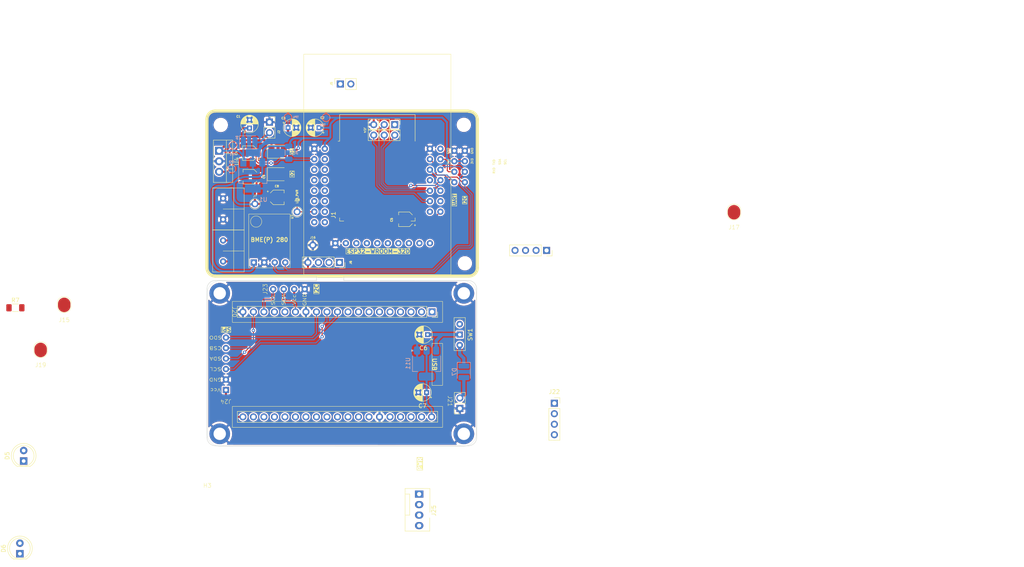
<source format=kicad_pcb>
(kicad_pcb (version 20240108) (generator "pcbnew") (generator_version "8.0")
  (layers (0 "F.Cu" signal) (31 "B.Cu" signal) (34 "B.Paste" user) (35 "F.Paste" user) (36 "B.SilkS" user "B.Silkscreen") (37 "F.SilkS" user "F.Silkscreen") (38 "B.Mask" user) (39 "F.Mask" user) (44 "Edge.Cuts" user))
  (net 0 "")
  (net 1 "GND")
  (net 2 "+3V3")
  (net 3 "+5V")
  (net 4 "/RXD")
  (net 5 "/TXD")
  (net 6 "/SDA")
  (net 7 "/GPIO_33")
  (net 8 "/SCL")
  (net 9 "/OUT3")
  (net 10 "/EN")
  (net 11 "/SOURCE2")
  (net 12 "/SOURCE1")
  (net 13 "/SOURCE3")
  (net 14 "/VDC")
  (net 15 "/DAC1")
  (net 16 "/DAC2")
  (net 17 "/GPIO39")
  (net 18 "/GPIO19")
  (net 19 "/GPIO17")
  (net 20 "/GPIO5")
  (net 21 "/GPIO18")
  (net 22 "/SD_DATA0")
  (net 23 "/ADC2_CH3")
  (net 24 "/SD_DATA3")
  (net 25 "/SD_CMD")
  (net 26 "/SD_CLK")
  (net 27 "/SD_DATA2")
  (net 28 "/SD_DATA1")
  (net 29 "/ADC2_CH0")
  (net 30 "/GPIO23")
  (net 31 "/GPIO36")
  (net 32 "/ADC2_CH2")
  (net 33 "/BOOT")
  (net 34 "/GPIO13")
  (net 35 "/SOURCE4")
  (net 36 "/SOURCE5")
  (net 37 "/SIPO_DATA")
  (net 38 "/SIPO_CLK")
  (net 39 "/SIPO_LATCH")
  (net 40 "/GPIO14")
  (net 41 "/OUT1")
  (net 42 "/VIN")
  (net 43 "Net-(D5-Pad1)")
  (net 44 "Net-(J15-Pin_1)")
  (net 45 "Net-(J19-Pin_1)")
  (net 46 "/OUT2")
  (net 58 "/ESP32-WROOM-32U Node/VIN")
  (net 63 "/ESP32-WROOM-32U Node/VDC")
  (net 74 "/ESP32-WROOM-32U Node/SPI-SDO")
  (net 75 "/ESP32-WROOM-32U Node/TX")
  (net 76 "Net-(D7-A)")
  (net 77 "/ESP32-WROOM-32U Node/SDA-2")
  (net 78 "/ESP32-WROOM-32U Node/SPI-CSB")
  (net 79 "/ESP32-WROOM-32U Node/SPI-SCL")
  (net 80 "/ESP32-WROOM-32U Node/SCL-2")
  (net 81 "/ESP32-WROOM-32U Node/RX")
  (net 82 "/ESP32-WROOM-32U Node/SPI-SDA")
  (net 84 "/ESP32-WROOM-32U Node/12V")
  (footprint "Capacitor_THT:CP_Radial_D4.0mm_P2.00mm" (layer "F.Cu") (at 107 44.2 180)
    (property "Reference" "C2")
    (property "Value" "1uF")
  )
  (footprint "LED_SMD:LED_1210_3225Metric_Pad1.42x2.65mm_HandSolder" (layer "F.Cu") (at 97 55.45)
    (property "Reference" "D2")
    (property "Value" "STATUS")
  )
  (footprint "Alexander Footprint Library:Board_65-40" (layer "F.Cu") (at 80 131.25)
    (property "Reference" "H3")
    (property "Value" "Project_Box_Board_65x40")
    (fp_line (start 0 -13) (end 0 -47) (stroke (width 0.05)) (layer "Edge.Cuts"))
    (fp_line (start 3 -50) (end 62 -50) (stroke (width 0.05)) (layer "Edge.Cuts"))
    (fp_line (start 62 -10) (end 3 -10) (stroke (width 0.05)) (layer "Edge.Cuts"))
    (fp_line (start 65 -47) (end 65 -13) (stroke (width 0.05)) (layer "Edge.Cuts"))
    (fp_arc (start 0 -47) (mid 0.87868 -49.12132) (end 3 -50) (stroke (width 0.05)) (layer "Edge.Cuts"))
    (fp_arc (start 3 -10) (mid 0.87868 -10.87868) (end 0 -13) (stroke (width 0.05)) (layer "Edge.Cuts"))
    (fp_arc (start 62 -50) (mid 64.12132 -49.12132) (end 65 -47) (stroke (width 0.05)) (layer "Edge.Cuts"))
    (fp_arc (start 65 -13) (mid 64.12132 -10.87868) (end 62 -10) (stroke (width 0.05)) (layer "Edge.Cuts"))
  )
  (footprint "Capacitor_SMD:CP_Elec_3x5.3" (layer "F.Cu") (at 90.3 50.35 180)
    (property "Reference" "C4")
    (property "Value" "0.1uF")
  )
  (footprint "Resistor_SMD:R_1206_3216Metric_Pad1.30x1.75mm_HandSolder" (layer "F.Cu") (at 33.612 87.7585)
    (property "Reference" "R7")
    (property "Value" "4K7")
  )
  (footprint "LED_THT:LED_D5.0mm" (layer "F.Cu") (at 34.7 147.25 90)
    (property "Reference" "D6")
    (property "Value" "LED_STATUS")
  )
  (footprint "Connector_PinSocket_2.54mm:PinSocket_1x04_P2.54mm_Vertical" (layer "F.Cu") (at 163.88 110.85)
    (property "Reference" "J22")
    (property "Value" "PWR_SATA_Conn_01x04")
  )
  (footprint "Alexander Footprint Library:Pad_1x01_P2.54_SMD" (layer "F.Cu") (at 39.712 102.098)
    (property "Reference" "J19")
    (property "Value" "LED_PWR")
  )
  (footprint "Alexanddr Footprints Library:ESP32-WROOM-Adapter-Socket-2" (layer "F.Cu") (at 121.1 56.9025)
    (property "Reference" "J1")
    (property "Value" "~")
  )
  (footprint "Alexander Footprint Library:Pad_1x01_P2.54_SMD" (layer "F.Cu") (at 45.412 91.198)
    (property "Reference" "J15")
    (property "Value" "LED_PWR")
  )
  (footprint "MountingHole:MountingHole_3mm" (layer "F.Cu") (at 142 43.5)
    (property "Reference" "H1" (hide yes))
    (property "Value" "MountingHole_Pad")
  )
  (footprint "MountingHole:MountingHole_3mm" (layer "F.Cu") (at 83.25 43.53)
    (property "Reference" "H2" (hide yes))
    (property "Value" "MountingHole_Pad")
  )
  (footprint "Alexander Footprints Library:Conn_Terminal_5mm" (layer "F.Cu") (at 83.82 53.69)
    (property "Reference" "J9" (hide yes))
    (property "Value" "Conn_01x02_Socket")
  )
  (footprint "Alexander Footprint Library:Pad_1x01_P2.54_SMD" (layer "F.Cu") (at 207.3 68.7895)
    (property "Reference" "J17")
    (property "Value" "GND")
  )
  (footprint "Connector:FanPinHeader_1x04_P2.54mm_Vertical" (layer "F.Cu") (at 131.2 132.83 -90)
    (property "Reference" "J25")
    (property "Value" "Conn_01x04_Pin")
  )
  (footprint "Capacitor_SMD:CP_Elec_3x5.3" (layer "F.Cu") (at 90.4 56.05 180)
    (property "Reference" "C9")
    (property "Value" "0.1uF")
  )
  (footprint "Capacitor_THT:CP_Radial_D4.0mm_P2.00mm" (layer "F.Cu") (at 133.25 94.25 180)
    (property "Reference" "C6")
    (property "Value" "1uF")
  )
  (footprint "Alexander Footprint Library:PinSocket_1x01_P2.54" (layer "F.Cu") (at 91.5 65.19)
    (property "Reference" "J7")
    (property "Value" "LED_PWR")
  )
  (footprint "Alexander Footprint Library:Conn_SPI" (layer "F.Cu") (at 84.5 112.74 180)
    (property "Reference" "J24")
    (property "Value" "~")
  )
  (footprint "Connector_PinSocket_2.54mm:PinSocket_1x02_P2.54mm_Vertical" (layer "F.Cu") (at 95.025 42.85)
    (property "Reference" "J2")
    (property "Value" "PWR")
  )
  (footprint "Connector_PinSocket_2.54mm:PinSocket_1x04_P2.54mm_Vertical" (layer "F.Cu") (at 111.94 76.8 -90)
    (property "Reference" "J6")
    (property "Value" "SOURCE")
  )
  (footprint "Connector_PinSocket_2.54mm:PinSocket_1x04_P2.54mm_Vertical" (layer "F.Cu") (at 162 73.875 -90)
    (property "Reference" "J10" (hide yes))
    (property "Value" "ADC")
  )
  (footprint "Capacitor_SMD:CP_Elec_3x5.3" (layer "F.Cu") (at 128 66.35 180)
    (property "Reference" "C5")
    (property "Value" "0.1uF")
  )
  (footprint "Alexander Footprint Library:PinSocket_1x02_P2.54" (layer "F.Cu") (at 142.25 107 180)
    (property "Reference" "J21")
    (property "Value" "PWR")
  )
  (footprint "Capacitor_THT:CP_Radial_D4.0mm_P2.00mm" (layer "F.Cu") (at 99.5 44.2)
    (property "Reference" "C3")
    (property "Value" "1uF")
  )
  (footprint "Alexander Footprint Library:Conn_ESP32_WROOM-DevKit-38pins" (layer "F.Cu") (at 86.06 88.75 -90)
    (property "Reference" "J20")
    (property "Value" "~")
  )
  (footprint "Capacitor_SMD:CP_Elec_3x5.3" (layer "F.Cu") (at 96.8 61.05)
    (property "Reference" "C8")
    (property "Value" "10uF")
  )
  (footprint "Alexander Footprint Library:PinSocket_1x01_P2.54" (layer "F.Cu") (at 101.7 67.12)
    (property "Reference" "J18")
    (property "Value" "LED_PWR")
  )
  (footprint "Alexander Footprint Library:Conn_I2C" (layer "F.Cu") (at 111.16 83.25 -90)
    (property "Reference" "J23")
    (property "Value" "I2C")
  )
  (footprint "Connector_PinSocket_2.54mm:PinSocket_1x02_P2.54mm_Vertical" (layer "F.Cu") (at 112.15 33.625 90)
    (property "Reference" "J5")
    (property "Value" "DAC")
  )
  (footprint "Alexander Footprint Library:CONN_2x3" (layer "F.Cu") (at 130.38 43.45 -90)
    (property "Reference" "J14")
    (property "Value" "GPIO")
  )
  (footprint "Alexander Footprints Library:Conn_UART" (layer "F.Cu") (at 139.7 42.15)
    (property "Reference" "J3" (hide yes))
    (property "Value" "UART")
  )
  (footprint "Alexander Footprint Library:SW_Slide-03_7.3x2.5x2.5_P2.54mm" (layer "F.Cu") (at 141 94.25 -90)
    (property "Reference" "SW1")
    (property "Value" "SW_SPDT")
  )
  (footprint "Alexander Footprint Library:PinSocket_1x01_P2.54" (layer "F.Cu") (at 105.5 75.19)
    (property "Reference" "J16")
    (property "Value" "GND")
  )
  (footprint "Capacitor_THT:CP_Radial_D4.0mm_P2.00mm" (layer "F.Cu") (at 90.2 44.3 90)
    (property "Reference" "C1")
    (property "Value" "1uF")
  )
  (footprint "Alexander Footprint Library:BME280_BMP280_I2C" (layer "F.Cu") (at 90 78.1 90)
    (property "Reference" "U7")
    (property "Value" "BME(P)280")
  )
  (footprint "Capacitor_THT:CP_Radial_D4.0mm_P2.00mm" (layer "F.Cu") (at 133 108.25 180)
    (property "Reference" "C7")
    (property "Value" "1uF")
  )
  (footprint "Alexander Footprint Library:LD1117" (layer "F.Cu") (at 82.855 49.77 -90)
    (property "Reference" "U4")
    (property "Value" "L7805")
  )
  (footprint "Alexander Footprints Library:Conn_I2C" (layer "F.Cu") (at 142.24 42.15)
    (property "Reference" "J4" (hide yes))
    (property "Value" "I2C")
  )
  (footprint "LED_THT:LED_D5.0mm" (layer "F.Cu") (at 35.612 124.8335 90)
    (property "Reference" "D5")
    (property "Value" "LED_PWR")
  )
  (footprint "LED_SMD:LED_1210_3225Metric_Pad1.42x2.65mm_HandSolder" (layer "F.Cu") (at 97 50)
    (property "Reference" "D1")
    (property "Value" "PWR")
  )
  (footprint "MountingHole:MountingHole_3mm" (layer "F.Cu") (at 142.25 77)
    (property "Reference" "H4" (hide yes))
    (property "Value" "MountingHole_Pad")
  )
  (footprint "Alexander Footprints Library:Conn_Terminal_5mm" (layer "F.Cu") (at 83.82 63.85)
    (property "Reference" "J8" (hide yes))
    (property "Value" "Conn_01x02_Socket")
  )
  (footprint "TestPoint:TestPoint_Pad_D1.5mm" (layer "B.Cu") (at 99.5 41.75 180)
    (property "Reference" "TP4")
    (property "Value" "5V")
  )
  (footprint "TestPoint:TestPoint_Pad_D1.5mm" (layer "B.Cu") (at 108.7 41.75 180)
    (property "Reference" "TP3")
    (property "Value" "3V3")
  )
  (footprint "Diode_SMD:D_1210_3225Metric" (layer "B.Cu") (at 142 103.25 -90)
    (property "Reference" "D7")
    (property "Value" "D")
  )
  (footprint "Resistor_SMD:R_1206_3216Metric_Pad1.30x1.75mm_HandSolder" (layer "B.Cu") (at 99.7 50.25 -90)
    (property "Reference" "R1")
    (property "Value" "10K")
  )
  (footprint "Diode_SMD:D_1210_3225Metric" (layer "B.Cu") (at 90.1 47.75)
    (property "Reference" "D4")
    (property "Value" "D")
  )
  (footprint "TestPoint:TestPoint_Pad_D1.5mm" (layer "B.Cu") (at 86.2 48.45 180)
    (property "Reference" "TP1")
    (property "Value" "VIN")
  )
  (footprint "TestPoint:TestPoint_Pad_D1.5mm" (layer "B.Cu") (at 85.9 54.15 180)
    (property "Reference" "TP2")
    (property "Value" "GND")
  )
  (footprint "Package_TO_SOT_SMD:SOT-223-3_TabPin2" (layer "B.Cu") (at 91 55.75 -90)
    (property "Reference" "U1")
    (property "Value" "AMS1117-3V3")
  )
  (footprint "Package_TO_SOT_SMD:SOT-223-3_TabPin2" (layer "B.Cu") (at 133 101.25 -90)
    (property "Reference" "U11")
    (property "Value" "AMS1117-5.0")
  )
  (gr_line (start 145.25 42.11421) (end 145.25 78.085782) (stroke (width 0.75)) (layer "F.SilkS"))
  (gr_line (start 81.914218 40.164218) (end 143.08579 40.164218) (stroke (width 0.75)) (layer "F.SilkS"))
  (gr_arc (start 145.25 78.085782) (mid 144.66422 79.500007) (end 143.25 80.085782) (stroke (width 0.75)) (layer "F.SilkS"))
  (gr_line (start 79.914218 42.11421) (end 79.914218 78.085782) (stroke (width 0.75)) (layer "F.SilkS"))
  (gr_arc (start 81.914218 80.085782) (mid 80.499999 79.500001) (end 79.914218 78.085782) (stroke (width 0.75)) (layer "F.SilkS"))
  (gr_arc (start 143.25 40.25) (mid 144.664214 40.835786) (end 145.25 42.25) (stroke (width 0.75)) (layer "F.SilkS"))
  (gr_arc (start 79.914218 42.164218) (mid 80.499999 40.749999) (end 81.914218 40.164218) (stroke (width 0.75)) (layer "F.SilkS"))
  (gr_line (start 81.914214 80.085782) (end 143.085786 80.085782) (stroke (width 0.75)) (layer "F.SilkS"))
  (gr_line (start 82.014214 80.235786) (end 106.4 80.25) (stroke (width 0.1)) (layer "Edge.Cuts"))
  (gr_line (start 80 42.25) (end 80.014214 78.235786) (stroke (width 0.1)) (layer "Edge.Cuts"))
  (gr_arc (start 79.921321 83.157107) (mid 80.507106 81.742896) (end 81.921321 81.157107) (stroke (width 0.1)) (layer "Edge.Cuts"))
  (gr_line (start 81.921321 121.128679) (end 143.107107 121.142893) (stroke (width 0.1)) (layer "Edge.Cuts"))
  (gr_arc (start 81.921321 121.128679) (mid 80.507101 120.542899) (end 79.921321 119.128679) (stroke (width 0.1)) (layer "Edge.Cuts"))
  (gr_line (start 143.092893 81.157107) (end 113 81.15) (stroke (width 0.1)) (layer "Edge.Cuts"))
  (gr_arc (start 145.107107 119.142893) (mid 144.521321 120.557107) (end 143.107107 121.142893) (stroke (width 0.1)) (layer "Edge.Cuts"))
  (gr_line (start 106.4 81.15) (end 81.921321 81.157107) (stroke (width 0.1)) (layer "Edge.Cuts"))
  (gr_arc (start 143.185786 40.264214) (mid 144.600004 40.849996) (end 145.185786 42.264214) (stroke (width 0.1)) (layer "Edge.Cuts"))
  (gr_line (start 113 80.25) (end 143.185786 80.235786) (stroke (width 0.1)) (layer "Edge.Cuts"))
  (gr_arc (start 82.014214 80.235786) (mid 80.599996 79.650004) (end 80.014214 78.235786) (stroke (width 0.1)) (layer "Edge.Cuts"))
  (gr_line (start 145.185786 42.264214) (end 145.185786 78.235786) (stroke (width 0.1)) (layer "Edge.Cuts"))
  (gr_arc (start 80 42.25) (mid 80.585786 40.835786) (end 82 40.25) (stroke (width 0.1)) (layer "Edge.Cuts"))
  (gr_line (start 145.107107 119.142893) (end 145.092893 83.157107) (stroke (width 0.1)) (layer "Edge.Cuts"))
  (gr_line (start 79.921321 119.128679) (end 79.921321 83.157107) (stroke (width 0.1)) (layer "Edge.Cuts"))
  (gr_line (start 106.4 81.15) (end 106.4 80.25) (stroke (width 0.1)) (layer "Edge.Cuts"))
  (gr_arc (start 145.185786 78.235786) (mid 144.600004 79.650004) (end 143.185786 80.235786) (stroke (width 0.1)) (layer "Edge.Cuts"))
  (gr_arc (start 143.092893 81.157107) (mid 144.507112 81.742888) (end 145.092893 83.157107) (stroke (width 0.1)) (layer "Edge.Cuts"))
  (gr_line (start 113 81.15) (end 113 80.25) (stroke (width 0.1)) (layer "Edge.Cuts"))
  (gr_line (start 143.185786 40.264214) (end 82 40.25) (stroke (width 0.1)) (layer "Edge.Cuts"))
  (gr_text "PWR" (at 132 127.25 90) (layer "F.SilkS" knockout) (effects (font (size 1 1) (thickness 0.25) (bold yes)) (justify left bottom)))
  (segment (start 84.21 66) (end 83.82 66.39) (width 0.5) (layer "F.Cu") (net 1))
  (segment (start 95.5 54.8625) (end 95.5125 54.85) (width 0.25) (layer "F.Cu") (net 1))
  (segment (start 95.5 55.4625) (end 95.5125 55.45) (width 0.25) (layer "F.Cu") (net 1))
  (segment (start 91.5 59.65) (end 91.9 59.25) (width 0.5) (layer "F.Cu") (net 2))
  (segment (start 101.15 50) (end 102 49.15) (width 0.5) (layer "F.Cu") (net 2))
  (segment (start 84.5 107.66) (end 84.5 112.25) (width 0.5) (layer "F.Cu") (net 2))
  (segment (start 87.75 85.75) (end 100 85.75) (width 0.5) (layer "F.Cu") (net 2))
  (segment (start 94.63 62.62) (end 91.5 62.62) (width 0.5) (layer "F.Cu") (net 2))
  (segment (start 101 84.75) (end 101 83.25) (width 0.5) (layer "F.Cu") (net 2))
  (segment (start 88.6 114.15) (end 86.4 114.15) (width 0.5) (layer "F.Cu") (net 2))
  (segment (start 84.5 112.25) (end 85.25 113) (width 0.5) (layer "F.Cu") (net 2))
  (segment (start 91.9 59.25) (end 91.9 56.05) (width 0.5) (layer "F.Cu") (net 2))
  (segment (start 98.4875 50) (end 101.15 50) (width 0.5) (layer "F.Cu") (net 2))
  (segment (start 95.3 61.05) (end 95.3 61.95) (width 0.5) (layer "F.Cu") (net 2))
  (segment (start 95.3 61.95) (end 94.63 62.62) (width 0.5) (layer "F.Cu") (net 2))
  (segment (start 82.25 110) (end 82.25 91.25) (width 0.5) (layer "F.Cu") (net 2))
  (segment (start 91.5 62.62) (end 91.5 59.65) (width 0.5) (layer "F.Cu") (net 2))
  (segment (start 82.25 91.25) (end 87.75 85.75) (width 0.5) (layer "F.Cu") (net 2))
  (segment (start 86.4 114.15) (end 85.25 113) (width 0.5) (layer "F.Cu") (net 2))
  (segment (start 100 85.75) (end 101 84.75) (width 0.5) (layer "F.Cu") (net 2))
  (segment (start 85.25 113) (end 82.25 110) (width 0.5) (layer "F.Cu") (net 2))
  (via (at 102 49.15) (size 0.8) (drill 0.4) (layers "F.Cu" "B.Cu") (net 2))
  (segment (start 96.075 48.7) (end 97.525 48.7) (width 0.5) (layer "B.Cu") (net 2))
  (segment (start 108.4 49.2825) (end 108.4 47.85) (width 0.5) (layer "B.Cu") (net 2))
  (segment (start 109.408578 44.2) (end 107 44.2) (width 0.5) (layer "B.Cu") (net 2))
  (segment (start 109.5 46.75) (end 109.75 46.5) (width 0.5) (layer "B.Cu") (net 2))
  (segment (start 81.3 75.997918) (end 81.3 59.75104) (width 0.5) (layer "B.Cu") (net 2))
  (segment (start 93.3 54.905025) (end 93.3 52.6) (width 0.5) (layer "B.Cu") (net 2))
  (segment (start 100 48.7) (end 100 48.03033) (width 0.5) (layer "B.Cu") (net 2))
  (segment (start 137.9 51.55) (end 138.66 52.31) (width 0.5) (layer "B.Cu") (net 2))
  (segment (start 84.202081 78.9) (end 89.990883 78.9) (width 0.5) (layer "B.Cu") (net 2))
  (segment (start 109.75 45) (end 109.75 44.141421) (width 0.5) (layer "B.Cu") (net 2))
  (segment (start 103 46.75) (end 101.28033 46.75) (width 0.5) (layer "B.Cu") (net 2))
  (segment (start 109.75 43.858578) (end 109.75 44.141421) (width 0.5) (layer "B.Cu") (net 2))
  (segment (start 138.66 52.31) (end 139.7 52.31) (width 0.5) (layer "B.Cu") (net 2))
  (segment (start 139.7 52.31) (end 142.24 52.31) (width 0.5) (layer "B.Cu") (net 2))
  (segment (start 129.1 41.75) (end 136.8 41.75) (width 0.5) (layer "B.Cu") (net 2))
  (segment (start 112.31066 41.75) (end 129.1 41.75) (width 0.5) (layer "B.Cu") (net 2))
  (segment (start 88.207106 62.75) (end 91.5 62.75) (width 0.5) (layer "B.Cu") (net 2))
  (segment (start 86.5 61.042893) (end 86.5 57.5) (width 0.5) (layer "B.Cu") (net 2))
  (segment (start 103 46.75) (end 109.5 46.75) (width 0.5) (layer "B.Cu") (net 2))
  (segment (start 137.9 42.85) (end 137.9 51.55) (width 0.5) (layer "B.Cu") (net 2))
  (segment (start 91.22 77.670883) (end 91.22 76.8) (width 0.5) (layer "B.Cu") (net 2))
  (segment (start 89.455634 56.1) (end 92.105025 56.1) (width 0.5) (layer "B.Cu") (net 2))
  (segment (start 96.075 48.7) (end 95.177817 48.7) (width 0.5) (layer "B.Cu") (net 2))
  (segment (start 136.8 41.75) (end 137.9 42.85) (width 0.5) (layer "B.Cu") (net 2))
  (segment (start 108.4 47.85) (end 109.75 46.5) (width 0.5) (layer "B.Cu") (net 2))
  (segment (start 109.75 46.5) (end 109.75 45) (width 0.5) (layer "B.Cu") (net 2))
  (segment (start 110.015165 42.984834) (end 110.5 42.5) (width 0.5) (layer "B.Cu") (net 2))
  (segment (start 102 47.75) (end 103 46.75) (width 0.5) (layer "B.Cu") (net 2))
  (segment (start 109.75 43.858578) (end 109.75 43.625) (width 0.5) (layer "B.Cu") (net 2))
  (segment (start 93.3 52.6) (end 93.3 50.577817) (width 0.5) (layer "B.Cu") (net 2))
  (segment (start 82.75104 58.3) (end 84.144365 58.3) (width 0.5) (layer "B.Cu") (net 2))
  (segment (start 102 49.15) (end 102 47.75) (width 0.5) (layer "B.Cu") (net 2))
  (segment (start 129.3 41.75) (end 129.1 41.75) (width 0.5) (layer "B.Cu") (net 2))
  (segment (start 108.7 41.75) (end 112.31066 41.75) (width 0.5) (layer "B.Cu") (net 2))
  (segment (start 100 48.7) (end 97.525 48.7) (width 0.5) (layer "B.Cu") (net 2))
  (arc (start 93.3 54.905025) (mid 93.209037 55.362322) (end 92.95 55.75) (width 0.5) (layer "B.Cu") (net 2))
  (arc (start 86.8 57.2) (mid 85.581584 58.014119) (end 84.144365 58.3) (width 0.5) (layer "B.Cu") (net 2))
  (arc (start 89.455634 56.1) (mid 88.018415 56.38588) (end 86.8 57.2) (width 0.5) (layer "B.Cu") (net 2))
  (arc (start 86.5 61.042893) (mid 86.629945 61.696174) (end 87 62.25) (width 0.5) (layer "B.Cu") (net 2))
  (arc (start 82.75104 58.3) (mid 82.195751 58.410453) (end 81.725 58.725) (width 0.5) (layer "B.Cu") (net 2))
  (arc (start 92.95 55.75) (mid 92.562322 56.009037) (end 92.105025 56.1) (width 0.5) (layer "B.Cu") (net 2))
  (arc (start 109.75 43.625) (mid 109.818914 43.278544) (end 110.015165 42.984834) (width 0.5) (layer "B.Cu") (net 2))
  (arc (start 95.177817 48.7) (mid 94.459207 48.84294) (end 93.85 49.25) (width 0.5) (layer "B.Cu") (net 2))
  (arc (start 82.15 78.05) (mid 83.091502 78.679092) (end 84.202081 78.9) (width 0.5) (layer "B.Cu") (net 2))
  (arc (start 109.75 44.141421) (mid 109.713838 44.087301) (end 109.65 44.1) (width 0.5) (layer "B.Cu") (net 2))
  (arc (start 93.85 49.25) (mid 93.44294 49.859207) (end 93.3 50.577817) (width 0.5) (layer "B.Cu") (net 2))
  (arc (start 90.86 78.54) (mid 90.461245 78.806439) (end 89.990883 78.9) (width 0.5) (layer "B.Cu") (net 2))
  (arc (start 109.65 44.1) (mid 109.539234 44.17401) (end 109.408578 44.2) (width 0.5) (layer "B.Cu") (net 2))
  (arc (start 87 62.25) (mid 87.553825 62.620054) (end 88.207106 62.75) (width 0.5) (layer "B.Cu") (net 2))
  (arc (start 81.725 58.725) (mid 81.410453 59.195751) (end 81.3 59.75104) (width 0.5) (layer "B.Cu") (net 2))
  (arc (start 101.28033 46.75) (mid 100.790368 46.847459) (end 100.375 47.125) (width 0.5) (layer "B.Cu") (net 2))
  (arc (start 91.22 77.670883) (mid 91.126439 78.141245) (end 90.86 78.54) (width 0.5) (layer "B.Cu") (net 2))
  (arc (start 110.5 42.5) (mid 111.330737 41.944918) (end 112.31066 41.75) (width 0.5) (layer "B.Cu") (net 2))
  (arc (start 109.65 44.1) (mid 109.72401 43.989234) (end 109.75 43.858578) (width 0.5) (layer "B.Cu") (net 2))
  (arc (start 100.375 47.125) (mid 100.097459 47.540368) (end 100 48.03033) (width 0.5) (layer "B.Cu") (net 2))
  (arc (start 81.3 75.997918) (mid 81.520907 77.108496) (end 82.15 78.05) (width 0.5) (layer "B.Cu") (net 2))
  (segment (start 99.5 45.693413) (end 99.5 44.2) (width 0.5) (layer "F.Cu") (net 3))
  (segment (start 98.6375 46.9625) (end 99.2125 46.3875) (width 0.5) (layer "F.Cu") (net 3))
  (segment (start 88.1 47.25) (end 97.943413 47.25) (width 0.5) (layer "F.Cu") (net 3))
  (segment (start 84.9 54.85) (end 85.4 54.35) (width 0.5) (layer "F.Cu") (net 3))
  (segment (start 85.4 54.35) (end 85.4 49.95) (width 0.5) (layer "F.Cu") (net 3))
  (segment (start 82.855 54.85) (end 84.9 54.85) (width 0.5) (layer "F.Cu") (net 3))
  (segment (start 85.4 49.95) (end 88.1 47.25) (width 0.5) (layer "F.Cu") (net 3))
  (arc (start 97.943413 47.25) (mid 98.31905 47.175281) (end 98.6375 46.9625) (width 0.5) (layer "F.Cu") (net 3))
  (arc (start 99.5 45.693413) (mid 99.425281 46.06905) (end 99.2125 46.3875) (width 0.5) (layer "F.Cu") (net 3))
  (segment (start 133 98.1) (end 133 104.4) (width 0.5) (layer "B.Cu") (net 3))
  (segment (start 133 108.25) (end 133 104.4) (width 0.5) (layer "B.Cu") (net 3))
  (segment (start 133 111) (end 133 108.25) (width 0.5) (layer "B.Cu") (net 3))
  (segment (start 134.21 114.15) (end 134.21 112.21) (width 0.5) (layer "B.Cu") (net 3))
  (segment (start 134.21 112.21) (end 133 111) (width 0.5) (layer "B.Cu") (net 3))
  (segment (start 99.5 42.25) (end 99.5 44.2) (width 0.25) (layer "B.Cu") (net 3))
  (segment (start 139.7 57.35) (end 139.7 57.39) (width 0.25) (layer "F.Cu") (net 4))
  (segment (start 140.3 57.45) (end 139.3 57.45) (width 0.25) (layer "F.Cu") (net 4))
  (segment (start 139.04 57.39) (end 139.7 57.39) (width 0.25) (layer "F.Cu") (net 4))
  (segment (start 137.96 55.65) (end 139.7 57.39) (width 0.25) (layer "B.Cu") (net 4))
  (segment (start 133.8 54.3625) (end 135.0875 55.65) (width 0.25) (layer "B.Cu") (net 4))
  (segment (start 135.0875 55.65) (end 137.96 55.65) (width 0.25) (layer "B.Cu") (net 4))
  (segment (start 138 52.25) (end 137.5725 51.8225) (width 0.25) (layer "F.Cu") (net 5))
  (segment (start 139.7 54.85) (end 138.3 54.85) (width 0.25) (layer "F.Cu") (net 5))
  (segment (start 137.5725 51.8225) (end 136.34 51.8225) (width 0.25) (layer "F.Cu") (net 5))
  (segment (start 138 54.55) (end 138 52.25) (width 0.25) (layer "F.Cu") (net 5))
  (segment (start 138.3 54.85) (end 138 54.55) (width 0.25) (layer "F.Cu") (net 5))
  (segment (start 139.7 54.85) (end 139.5 54.85) (width 0.25) (layer "F.Cu") (net 5))
  (segment (start 142.24 54.85) (end 142.24 55.51) (width 0.25) (layer "F.Cu") (net 6))
  (segment (start 98.84 76.8) (end 98.84 78.09) (width 0.25) (layer "B.Cu") (net 6))
  (segment (start 141 57.95) (end 141 56.09) (width 0.25) (layer "B.Cu") (net 6))
  (segment (start 140.990501 53.600501) (end 142.24 54.85) (width 0.25) (layer "B.Cu") (net 6))
  (segment (start 136.34 54.3625) (end 137.101999 53.600501) (width 0.25) (layer "B.Cu") (net 6))
  (segment (start 143.281802 72.781802) (end 143.55 72.513604) (width 0.25) (layer "B.Cu") (net 6))
  (segment (start 99.4 78.65) (end 130.7 78.65) (width 0.25) (layer "B.Cu") (net 6))
  (segment (start 130.7 78.65) (end 134.55 78.65) (width 0.25) (layer "B.Cu") (net 6))
  (segment (start 143.55 72.513604) (end 143.55 60.5) (width 0.25) (layer "B.Cu") (net 6))
  (segment (start 143.55 60.5) (end 141 57.95) (width 0.25) (layer "B.Cu") (net 6))
  (segment (start 140.418198 72.781802) (end 143.281802 72.781802) (width 0.25) (layer "B.Cu") (net 6))
  (segment (start 98.84 78.09) (end 99.4 78.65) (width 0.25) (layer "B.Cu") (net 6))
  (segment (start 141 56.09) (end 142.24 54.85) (width 0.25) (layer "B.Cu") (net 6))
  (segment (start 137.101999 53.600501) (end 140.990501 53.600501) (width 0.25) (layer "B.Cu") (net 6))
  (segment (start 134.55 78.65) (end 140.418198 72.781802) (width 0.25) (layer "B.Cu") (net 6))
  (segment (start 135.1 55.15) (end 135.6 55.65) (width 0.25) (layer "F.Cu") (net 8))
  (segment (start 133.8 51.8225) (end 135.1 53.1225) (width 0.25) (layer "F.Cu") (net 8))
  (segment (start 141.603604 57.39) (end 142.24 57.39) (width 0.25) (layer "F.Cu") (net 8))
  (segment (start 137.3 55.65) (end 137.8 56.15) (width 0.25) (layer "F.Cu") (net 8))
  (segment (start 135.1 53.1225) (end 135.1 55.15) (width 0.25) (layer "F.Cu") (net 8))
  (segment (start 135.6 55.65) (end 137.3 55.65) (width 0.25) (layer "F.Cu") (net 8))
  (segment (start 140.363604 56.15) (end 141.603604 57.39) (width 0.25) (layer "F.Cu") (net 8))
  (segment (start 137.8 56.15) (end 140.363604 56.15) (width 0.25) (layer "F.Cu") (net 8))
  (segment (start 142.24 58.553604) (end 142.24 57.39) (width 0.25) (layer "B.Cu") (net 8))
  (segment (start 144 72.7) (end 144 60.313604) (width 0.25) (layer "B.Cu") (net 8))
  (segment (start 134.8 79.1) (end 140.6 73.3) (width 0.25) (layer "B.Cu") (net 8))
  (segment (start 140.6 73.3) (end 143.4 73.3) (width 0.25) (layer "B.Cu") (net 8))
  (segment (start 96.3 76.8) (end 96.3 78.45) (width 0.25) (layer "B.Cu") (net 8))
  (segment (start 143.4 73.3) (end 144 72.7) (width 0.25) (layer "B.Cu") (net 8))
  (segment (start 96.3 78.45) (end 96.95 79.1) (width 0.25) (layer "B.Cu") (net 8))
  (segment (start 144 60.313604) (end 142.24 58.553604) (width 0.25) (layer "B.Cu") (net 8))
  (segment (start 96.95 79.1) (end 134.8 79.1) (width 0.25) (layer "B.Cu") (net 8))
  (segment (start 92.3 52.75) (end 91.8 52.25) (width 0.25) (layer "F.Cu") (net 10))
  (segment (start 91.8 52.25) (end 91.8 50.35) (width 0.25) (layer "F.Cu") (net 10))
  (segment (start 95.4 52.75) (end 92.3 52.75) (width 0.25) (layer "F.Cu") (net 10))
  (via (at 95.4 52.75) (size 0.8) (drill 0.4) (layers "F.Cu" "B.Cu") (net 10))
  (segment (start 95.4 52.75) (end 96.7 52.75) (width 0.25) (layer "B.Cu") (net 10))
  (segment (start 101.4 51.8) (end 101.45 51.8) (width 0.25) (layer "B.Cu") (net 10))
  (segment (start 105.86 51.8225) (end 101.4225 51.8225) (width 0.25) (layer "B.Cu") (net 10))
  (segment (start 99.7 51.8) (end 101.4 51.8) (width 0.25) (layer "B.Cu") (net 10))
  (segment (start 97.65 51.8) (end 99.7 51.8) (width 0.25) (layer "B.Cu") (net 10))
  (segment (start 101.4225 51.8225) (end 101.4 51.8) (width 0.25) (layer "B.Cu") (net 10))
  (segment (start 96.7 52.75) (end 97.65 51.8) (width 0.25) (layer "B.Cu") (net 10))
  (segment (start 86.37 71.47) (end 88 73.1) (width 0.5) (layer "F.Cu") (net 11))
  (segment (start 88 73.1) (end 99 73.1) (width 0.5) (layer "F.Cu") (net 11))
  (segment (start 83.82 71.47) (end 86.37 71.47) (width 0.5) (layer "F.Cu") (net 11))
  (segment (start 86.275 76.55) (end 88.075 74.75) (width 0.5) (layer "F.Cu") (net 12))
  (segment (start 83.82 76.55) (end 86.275 76.55) (width 0.5) (layer "F.Cu") (net 12))
  (segment (start 88.075 74.75) (end 99.75 74.75) (width 0.5) (layer "F.Cu") (net 12))
  (segment (start 95.025 45.425) (end 92.7 47.75) (width 0.5) (layer "B.Cu") (net 14))
  (segment (start 92.7 47.75) (end 91.5 47.75) (width 0.5) (layer "B.Cu") (net 14))
  (segment (start 95.025 45.39) (end 95.025 45.425) (width 0.5) (layer "B.Cu") (net 14))
  (segment (start 135.0925 58.15) (end 136.34 56.9025) (width 0.25) (layer "F.Cu") (net 18))
  (segment (start 129.2 58.15) (end 135.0925 58.15) (width 0.25) (layer "F.Cu") (net 18))
  (via (at 129.2 58.15) (size 0.8) (drill 0.4) (layers "F.Cu" "B.Cu") (net 18))
  (segment (start 122.45 57.563604) (end 122.45 49.4) (width 0.25) (layer "B.Cu") (net 18))
  (segment (start 122.5 49.15) (end 125.3 46.35) (width 0.25) (layer "B.Cu") (net 18))
  (segment (start 128.8075 58.5425) (end 123.428896 58.5425) (width 0.25) (layer "B.Cu") (net 18))
  (segment (start 122.45 49.4) (end 122.5 49.35) (width 0.25) (layer "B.Cu") (net 18))
  (segment (start 123.428896 58.5425) (end 122.45 57.563604) (width 0.25) (layer "B.Cu") (net 18))
  (segment (start 122.5 49.35) (end 122.5 49.15) (width 0.25) (layer "B.Cu") (net 18))
  (segment (start 129.2 58.15) (end 128.8075 58.5425) (width 0.25) (layer "B.Cu") (net 18))
  (segment (start 125.3 46.35) (end 125.3 45.99) (width 0.25) (layer "B.Cu") (net 18))
  (segment (start 131.9825 61.9825) (end 130 60) (width 0.25) (layer "B.Cu") (net 19))
  (segment (start 121 48.75) (end 120.22 47.97) (width 0.25) (layer "B.Cu") (net 19))
  (segment (start 130 60) (end 122.75 60) (width 0.25) (layer "B.Cu") (net 19))
  (segment (start 122.75 60) (end 121 58.25) (width 0.25) (layer "B.Cu") (net 19))
  (segment (start 121 58.25) (end 121 48.75) (width 0.25) (layer "B.Cu") (net 19))
  (segment (start 120.22 47.97) (end 120.22 45.99) (width 0.25) (layer "B.Cu") (net 19))
  (segment (start 133.8 61.9825) (end 131.9825 61.9825) (width 0.25) (layer "B.Cu") (net 19))
  (segment (start 130.0075 58.9925) (end 130.85 58.15) (width 0.25) (layer "B.Cu") (net 20))
  (segment (start 122.76 48.115) (end 122 48.875) (width 0.25) (layer "B.Cu") (net 20))
  (segment (start 136.34 59.4425) (end 135.0475 58.15) (width 0.25) (layer "B.Cu") (net 20))
  (segment (start 122 48.875) (end 122 57.75) (width 0.25) (layer "B.Cu") (net 20))
  (segment (start 123.2425 58.9925) (end 130.0075 58.9925) (width 0.25) (layer "B.Cu") (net 20))
  (segment (start 135.0475 58.15) (end 130.85 58.15) (width 0.25) (layer "B.Cu") (net 20))
  (segment (start 122.76 45.99) (end 122.76 48.115) (width 0.25) (layer "B.Cu") (net 20))
  (segment (start 122 57.75) (end 123.2425 58.9925) (width 0.25) (layer "B.Cu") (net 20))
  (segment (start 122.9425 59.4425) (end 121.5 58) (width 0.25) (layer "B.Cu") (net 21))
  (segment (start 121.5 58) (end 121.5 44.71) (width 0.25) (layer "B.Cu") (net 21))
  (segment (start 133.8 59.4425) (end 122.9425 59.4425) (width 0.25) (layer "B.Cu") (net 21))
  (segment (start 121.5 44.71) (end 122.76 43.45) (width 0.25) (layer "B.Cu") (net 21))
  (segment (start 129.5 66.35) (end 134.5125 66.35) (width 0.25) (layer "F.Cu") (net 33))
  (segment (start 134.5125 66.35) (end 136.34 64.5225) (width 0.25) (layer "F.Cu") (net 33))
  (segment (start 101.7 56.05) (end 101.1 55.45) (width 0.25) (layer "F.Cu") (net 40))
  (segment (start 101.7 64.55) (end 105.8325 64.55) (width 0.25) (layer "F.Cu") (net 40))
  (segment (start 105.8325 64.55) (end 105.86 64.5225) (width 0.25) (layer "F.Cu") (net 40))
  (segment (start 101.1 55.45) (end 98.4875 55.45) (width 0.25) (layer "F.Cu") (net 40))
  (segment (start 101.7 64.55) (end 101.7 56.05) (width 0.25) (layer "F.Cu") (net 40))
  (segment (start 82.98 49.77) (end 82.855 49.77) (width 0.5) (layer "F.Cu") (net 42))
  (segment (start 90.2 44.3) (end 88.45 44.3) (width 0.5) (layer "F.Cu") (net 42))
  (segment (start 88.45 44.3) (end 82.98 49.77) (width 0.5) (layer "F.Cu") (net 42))
  (segment (start 88.7 50.546446) (end 88.7 51.253553) (width 0.5) (layer "B.Cu") (net 42))
  (segment (start 88.7 45.153553) (end 88.7 47.4) (width 0.5) (layer "B.Cu") (net 42))
  (segment (start 86.2 49.11) (end 86.2 48.45) (width 0.25) (layer "B.Cu") (net 42))
  (segment (start 88.45 50.65) (end 88.2 50.4) (width 0.5) (layer "B.Cu") (net 42))
  (segment (start 88.7 50.546446) (end 88.7 47.4) (width 0.5) (layer "B.Cu") (net 42))
  (segment (start 88.45 50.65) (end 88.054368 50.254368) (width 0.5) (layer "B.Cu") (net 42))
  (segment (start 89.553553 44.3) (end 90.2 44.3) (width 0.5) (layer "B.Cu") (net 42))
  (segment (start 88.7 51.253553) (end 88.7 52.6) (width 0.5) (layer "B.Cu") (net 42))
  (segment (start 86.86 49.77) (end 85.54 49.77) (width 0.5) (layer "B.Cu") (net 42))
  (segment (start 86.885 49.77) (end 86.86 49.77) (width 0.5) (layer "B.Cu") (net 42))
  (segment (start 85.54 49.77) (end 82.855 49.77) (width 0.5) (layer "B.Cu") (net 42))
  (arc (start 89.553553 44.3) (mid 89.226912 44.364972) (end 88.95 44.55) (width 0.5) (layer "B.Cu") (net 42))
  (arc (start 86.2 49.11) (mid 86.393309 49.57669) (end 86.86 49.77) (width 0.25) (layer "B.Cu") (net 42))
  (arc (start 88.7 51.253553) (mid 88.635027 50.926912) (end 88.45 50.65) (width 0.5) (layer "B.Cu") (net 42))
  (arc (start 88.45 50.65) (mid 88.45 50.65) (end 88.45 50.65) (width 0.5) (layer "B.Cu") (net 42))
  (arc (start 88.45 50.65) (mid 88.609596 50.681745) (end 88.7 50.546446) (width 0.5) (layer "B.Cu") (net 42))
  (arc (start 88.054368 50.254368) (mid 87.517857 49.895883) (end 86.885 49.77) (width 0.5) (layer "B.Cu") (net 42))
  (arc (start 88.95 44.55) (mid 88.764972 44.826912) (end 88.7 45.153553) (width 0.5) (layer "B.Cu") (net 42))
  (segment (start 141 94.25) (end 136.75 94.25) (width 0.8) (layer "B.Cu") (net 58))
  (segment (start 136.75 94.25) (end 133.25 94.25) (width 0.8) (layer "B.Cu") (net 58))
  (segment (start 135.3 98.1) (end 135.3 95.7) (width 0.8) (layer "B.Cu") (net 58))
  (segment (start 135.3 95.7) (end 136.75 94.25) (width 0.8) (layer "B.Cu") (net 58))
  (segment (start 141 99) (end 142 100) (width 0.8) (layer "B.Cu") (net 63))
  (segment (start 142 100) (end 142 101.85) (width 0.8) (layer "B.Cu") (net 63))
  (segment (start 141 96.79) (end 141 99) (width 0.8) (layer "B.Cu") (net 63))
  (segment (start 105.415 94.96) (end 106.38 93.995) (width 0.25) (layer "B.Cu") (net 74))
  (segment (start 106.38 93.995) (end 106.38 88.75) (width 0.25) (layer "B.Cu") (net 74))
  (segment (start 84.5 94.96) (end 105.415 94.96) (width 0.25) (layer "B.Cu") (net 74))
  (segment (start 141.04 109.57) (end 142 108.61) (width 0.8) (layer "B.Cu") (net 76))
  (segment (start 142 108.61) (end 142 104.65) (width 0.8) (layer "B.Cu") (net 76))
  (segment (start 101.3 86.8) (end 100.75 86.25) (width 0.25) (layer "B.Cu") (net 77))
  (segment (start 99 86.25) (end 98.46 85.71) (width 0.25) (layer "B.Cu") (net 77))
  (segment (start 98.46 85.71) (end 98.46 83.25) (width 0.25) (layer "B.Cu") (net 77))
  (segment (start 100.75 86.25) (end 99 86.25) (width 0.25) (layer "B.Cu") (net 77))
  (segment (start 101.3 88.75) (end 101.3 86.8) (width 0.25) (layer "B.Cu") (net 77))
  (segment (start 90.863604 97.5) (end 92.863604 95.5) (width 0.25) (layer "B.Cu") (net 78))
  (segment (start 92.863604 95.5) (end 105.75 95.5) (width 0.25) (layer "B.Cu") (net 78))
  (segment (start 105.75 95.5) (end 111.46 89.79) (width 0.25) (layer "B.Cu") (net 78))
  (segment (start 84.5 97.5) (end 90.863604 97.5) (width 0.25) (layer "B.Cu") (net 78))
  (segment (start 111.46 89.79) (end 111.46 88.75) (width 0.25) (layer "B.Cu") (net 78))
  (segment (start 107.75 92.25) (end 107.75 94.75) (width 0.25) (layer "F.Cu") (net 79))
  (via (at 107.75 92.25) (size 0.8) (drill 0.4) (layers "F.Cu" "B.Cu") (net 79))
  (via (at 107.75 94.75) (size 0.8) (drill 0.4) (layers "F.Cu" "B.Cu") (net 79))
  (segment (start 86.42 102.58) (end 92.75 96.25) (width 0.25) (layer "B.Cu") (net 79))
  (segment (start 106.25 96.25) (end 107.75 94.75) (width 0.25) (layer "B.Cu") (net 79))
  (segment (start 108.92 88.75) (end 108.92 91.08) (width 0.25) (layer "B.Cu") (net 79))
  (segment (start 92.75 96.25) (end 106.25 96.25) (width 0.25) (layer "B.Cu") (net 79))
  (segment (start 84.5 102.58) (end 86.42 102.58) (width 0.25) (layer "B.Cu") (net 79))
  (segment (start 108.92 91.08) (end 107.75 92.25) (width 0.25) (layer "B.Cu") (net 79))
  (segment (start 94 85.75) (end 95.25 85.75) (width 0.25) (layer "B.Cu") (net 80))
  (segment (start 93.68 86.07) (end 94 85.75) (width 0.25) (layer "B.Cu") (net 80))
  (segment (start 95.25 85.75) (end 95.92 85.08) (width 0.25) (layer "B.Cu") (net 80))
  (segment (start 93.68 88.75) (end 93.68 86.07) (width 0.25) (layer "B.Cu") (net 80))
  (segment (start 95.92 85.08) (end 95.92 83.25) (width 0.25) (layer "B.Cu") (net 80))
  (segment (start 91.14 93.25) (end 91.14 96.36) (width 0.25) (layer "F.Cu") (net 82))
  (segment (start 91.14 96.36) (end 89 98.5) (width 0.25) (layer "F.Cu") (net 82))
  (via (at 91.14 93.25) (size 0.8) (drill 0.4) (layers "F.Cu" "B.Cu") (net 82))
  (via (at 89 98.5) (size 0.8) (drill 0.4) (layers "F.Cu" "B.Cu") (net 82))
  (segment (start 87.46 100.04) (end 84.5 100.04) (width 0.25) (layer "B.Cu") (net 82))
  (segment (start 91.14 93.25) (end 91.14 88.75) (width 0.25) (layer "B.Cu") (net 82))
  (segment (start 89 98.5) (end 87.46 100.04) (width 0.25) (layer "B.Cu") (net 82))
  (zone (net 1) (net_name "GND") (layer "F.Cu") (priority 1) (connect_pads (clearance 0)) (min_thickness 0.25) (fill yes (thermal_gap 0.5) (thermal_bridge_width 0.5))
    (polygon (pts (xy 80 40.25) (xy 80.3 80.35) (xy 145.55 80.35) (xy 145.25 40.25)))
  )
  (zone (net 1) (net_name "GND") (layer "F.Cu") (priority 2) (connect_pads (clearance 0)) (min_thickness 0.25) (fill yes (thermal_gap 0.5) (thermal_bridge_width 0.5))
    (polygon (pts (xy 79.8 121.45) (xy 145.7 121.45) (xy 145.2 80.95) (xy 79.5 80.95)))
  )
  (zone (net 1) (net_name "GND") (layer "B.Cu") (connect_pads (clearance 0)) (min_thickness 0.25) (fill yes (thermal_gap 0.5) (thermal_bridge_width 0.5))
    (polygon (pts (xy 80 40.25) (xy 145.2 40.25) (xy 145.4 80.45) (xy 80.2 80.45)))
  )
  (zone (net 1) (net_name "GND") (layer "B.Cu") (priority 3) (connect_pads (clearance 0)) (min_thickness 0.25) (fill yes (thermal_gap 0.5) (thermal_bridge_width 0.5))
    (polygon (pts (xy 145.6 121.45) (xy 145.2 80.95) (xy 79.5 80.95) (xy 79.7 121.45)))
  )
)
</source>
